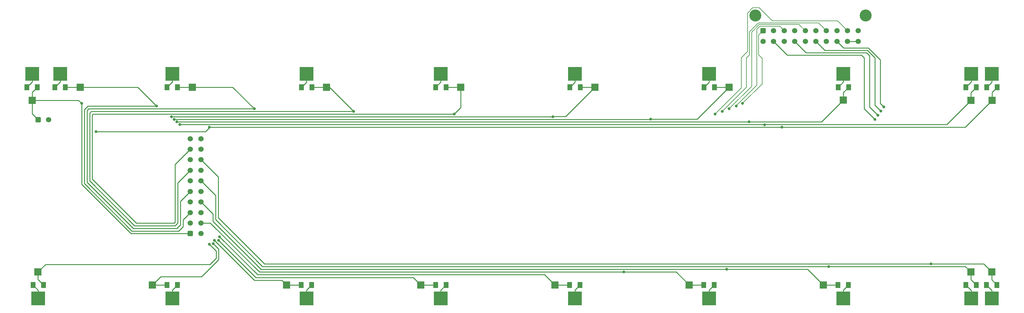
<source format=gbr>
%TF.GenerationSoftware,KiCad,Pcbnew,(6.0.7)*%
%TF.CreationDate,2023-02-26T17:44:05-06:00*%
%TF.ProjectId,Vsense,5673656e-7365-42e6-9b69-6361645f7063,rev?*%
%TF.SameCoordinates,Original*%
%TF.FileFunction,Copper,L1,Top*%
%TF.FilePolarity,Positive*%
%FSLAX46Y46*%
G04 Gerber Fmt 4.6, Leading zero omitted, Abs format (unit mm)*
G04 Created by KiCad (PCBNEW (6.0.7)) date 2023-02-26 17:44:05*
%MOMM*%
%LPD*%
G01*
G04 APERTURE LIST*
G04 Aperture macros list*
%AMRoundRect*
0 Rectangle with rounded corners*
0 $1 Rounding radius*
0 $2 $3 $4 $5 $6 $7 $8 $9 X,Y pos of 4 corners*
0 Add a 4 corners polygon primitive as box body*
4,1,4,$2,$3,$4,$5,$6,$7,$8,$9,$2,$3,0*
0 Add four circle primitives for the rounded corners*
1,1,$1+$1,$2,$3*
1,1,$1+$1,$4,$5*
1,1,$1+$1,$6,$7*
1,1,$1+$1,$8,$9*
0 Add four rect primitives between the rounded corners*
20,1,$1+$1,$2,$3,$4,$5,0*
20,1,$1+$1,$4,$5,$6,$7,0*
20,1,$1+$1,$6,$7,$8,$9,0*
20,1,$1+$1,$8,$9,$2,$3,0*%
G04 Aperture macros list end*
%TA.AperFunction,SMDPad,CuDef*%
%ADD10R,4.000000X4.000000*%
%TD*%
%TA.AperFunction,SMDPad,CuDef*%
%ADD11RoundRect,0.250001X0.462499X0.624999X-0.462499X0.624999X-0.462499X-0.624999X0.462499X-0.624999X0*%
%TD*%
%TA.AperFunction,SMDPad,CuDef*%
%ADD12RoundRect,0.250001X-0.462499X-0.624999X0.462499X-0.624999X0.462499X0.624999X-0.462499X0.624999X0*%
%TD*%
%TA.AperFunction,ComponentPad*%
%ADD13RoundRect,0.250001X0.499999X-0.499999X0.499999X0.499999X-0.499999X0.499999X-0.499999X-0.499999X0*%
%TD*%
%TA.AperFunction,ComponentPad*%
%ADD14C,1.500000*%
%TD*%
%TA.AperFunction,ComponentPad*%
%ADD15R,2.000000X2.000000*%
%TD*%
%TA.AperFunction,ComponentPad*%
%ADD16RoundRect,0.250001X-0.499999X-0.499999X0.499999X-0.499999X0.499999X0.499999X-0.499999X0.499999X0*%
%TD*%
%TA.AperFunction,ComponentPad*%
%ADD17C,3.410000*%
%TD*%
%TA.AperFunction,ViaPad*%
%ADD18C,0.800000*%
%TD*%
%TA.AperFunction,Conductor*%
%ADD19C,0.250000*%
%TD*%
%TA.AperFunction,Conductor*%
%ADD20C,0.150000*%
%TD*%
G04 APERTURE END LIST*
D10*
%TO.P,PAD(14+)1,1,1*%
%TO.N,/Unfused_Cell_14*%
X303250000Y-102800000D03*
%TD*%
D11*
%TO.P,F17,1*%
%TO.N,Cell17+*%
X346862500Y-162825000D03*
%TO.P,F17,2*%
%TO.N,/Unfused_Cell_17*%
X343887500Y-162825000D03*
%TD*%
D12*
%TO.P,F14,1*%
%TO.N,/Unfused_Cell_14*%
X301762500Y-106625000D03*
%TO.P,F14,2*%
%TO.N,Cell14+*%
X304737500Y-106625000D03*
%TD*%
%TO.P,F16,1*%
%TO.N,/Unfused_Cell_16*%
X338062500Y-106625000D03*
%TO.P,F16,2*%
%TO.N,Cell16+*%
X341037500Y-106625000D03*
%TD*%
%TO.P,F7,1*%
%TO.N,Cell7+*%
X187462500Y-162850000D03*
%TO.P,F7,2*%
%TO.N,/Unfused_Cell_7*%
X190437500Y-162850000D03*
%TD*%
D10*
%TO.P,PAD(1+)1,1,1*%
%TO.N,/Unfused_Cell_1*%
X74650000Y-166700000D03*
%TD*%
D13*
%TO.P,VSense1,1,Pin_1*%
%TO.N,Cell0*%
X117835000Y-148250000D03*
D14*
%TO.P,VSense1,2,Pin_2*%
%TO.N,Cell1+*%
X117835000Y-145250000D03*
%TO.P,VSense1,3,Pin_3*%
%TO.N,Cell2+*%
X117835000Y-142250000D03*
%TO.P,VSense1,4,Pin_4*%
%TO.N,Cell3+*%
X117835000Y-139250000D03*
%TO.P,VSense1,5,Pin_5*%
%TO.N,Cell4+*%
X117835000Y-136250000D03*
%TO.P,VSense1,6,Pin_6*%
%TO.N,Cell5+*%
X117835000Y-133250000D03*
%TO.P,VSense1,7,Pin_7*%
%TO.N,Cell6+*%
X117835000Y-130250000D03*
%TO.P,VSense1,8,Pin_8*%
%TO.N,Cell7+*%
X117835000Y-127250000D03*
%TO.P,VSense1,9,Pin_9*%
%TO.N,Cell8+*%
X117835000Y-124250000D03*
%TO.P,VSense1,10,Pin_10*%
%TO.N,Cell9+*%
X117835000Y-121250000D03*
%TO.P,VSense1,11,Pin_11*%
%TO.N,Cell10+*%
X120835000Y-148250000D03*
%TO.P,VSense1,12,Pin_12*%
%TO.N,Cell11+*%
X120835000Y-145250000D03*
%TO.P,VSense1,13,Pin_13*%
%TO.N,Cell12+*%
X120835000Y-142250000D03*
%TO.P,VSense1,14,Pin_14*%
%TO.N,Cell13+*%
X120835000Y-139250000D03*
%TO.P,VSense1,15,Pin_15*%
%TO.N,Cell14+*%
X120835000Y-136250000D03*
%TO.P,VSense1,16,Pin_16*%
%TO.N,Cell15+*%
X120835000Y-133250000D03*
%TO.P,VSense1,17,Pin_17*%
%TO.N,Cell16+*%
X120835000Y-130250000D03*
%TO.P,VSense1,18,Pin_18*%
%TO.N,Cell17+*%
X120835000Y-127250000D03*
%TO.P,VSense1,19,Pin_19*%
%TO.N,Cell18+*%
X120835000Y-124250000D03*
%TO.P,VSense1,20,Pin_20*%
%TO.N,unconnected-(VSense1-Pad20)*%
X120835000Y-121250000D03*
%TD*%
D15*
%TO.P,Cell(8+)1,1,1*%
%TO.N,Cell8+*%
X194600000Y-106625000D03*
%TD*%
D10*
%TO.P,PAD(12+)1,1,1*%
%TO.N,/Unfused_Cell_12*%
X265150000Y-102800000D03*
%TD*%
D15*
%TO.P,Cell(3+)1,1,1*%
%TO.N,Cell3+*%
X107050000Y-162875000D03*
%TD*%
D10*
%TO.P,PAD(8+)1,1,1*%
%TO.N,/Unfused_Cell_8*%
X188950000Y-102800000D03*
%TD*%
%TO.P,PAD(17+)1,1,1*%
%TO.N,/Unfused_Cell_17*%
X345425000Y-166700000D03*
%TD*%
D12*
%TO.P,F9,1*%
%TO.N,Cell9+*%
X225537500Y-162875000D03*
%TO.P,F9,2*%
%TO.N,/Unfused_Cell_9*%
X228512500Y-162875000D03*
%TD*%
%TO.P,F4,1*%
%TO.N,/Unfused_Cell_4*%
X111237500Y-106625000D03*
%TO.P,F4,2*%
%TO.N,Cell4+*%
X114212500Y-106625000D03*
%TD*%
D10*
%TO.P,PAD(10+)1,1,1*%
%TO.N,/Unfused_Cell_10*%
X227050000Y-102800000D03*
%TD*%
D15*
%TO.P,Cell(9+)1,1,1*%
%TO.N,Cell9+*%
X221375000Y-162875000D03*
%TD*%
%TO.P,Cell(16+)1,1,1*%
%TO.N,Cell16+*%
X339500000Y-110375000D03*
%TD*%
%TO.P,Cell(5+)1,1,1*%
%TO.N,Cell5+*%
X145175000Y-162875000D03*
%TD*%
%TO.P,Cell(2+)1,1,1*%
%TO.N,Cell2+*%
X86550000Y-106625000D03*
%TD*%
%TO.P,Cell(12+)1,1,1*%
%TO.N,Cell12+*%
X270825000Y-106625000D03*
%TD*%
D16*
%TO.P,VSenseAUX1,1,Pin_1*%
%TO.N,Cell0*%
X280450000Y-90585000D03*
D14*
%TO.P,VSenseAUX1,2,Pin_2*%
%TO.N,Cell1+*%
X283450000Y-90585000D03*
%TO.P,VSenseAUX1,3,Pin_3*%
%TO.N,Cell2+*%
X286450000Y-90585000D03*
%TO.P,VSenseAUX1,4,Pin_4*%
%TO.N,Cell3+*%
X289450000Y-90585000D03*
%TO.P,VSenseAUX1,5,Pin_5*%
%TO.N,Cell4+*%
X292450000Y-90585000D03*
%TO.P,VSenseAUX1,6,Pin_6*%
%TO.N,Cell5+*%
X295450000Y-90585000D03*
%TO.P,VSenseAUX1,7,Pin_7*%
%TO.N,Cell6+*%
X298450000Y-90585000D03*
%TO.P,VSenseAUX1,8,Pin_8*%
%TO.N,Cell7+*%
X301450000Y-90585000D03*
%TO.P,VSenseAUX1,9,Pin_9*%
%TO.N,Cell8+*%
X304450000Y-90585000D03*
%TO.P,VSenseAUX1,10,Pin_10*%
%TO.N,Cell9+*%
X307450000Y-90585000D03*
%TO.P,VSenseAUX1,11,Pin_11*%
%TO.N,Cell10+*%
X280450000Y-93585000D03*
%TO.P,VSenseAUX1,12,Pin_12*%
%TO.N,Cell11+*%
X283450000Y-93585000D03*
%TO.P,VSenseAUX1,13,Pin_13*%
%TO.N,Cell12+*%
X286450000Y-93585000D03*
%TO.P,VSenseAUX1,14,Pin_14*%
%TO.N,Cell13+*%
X289450000Y-93585000D03*
%TO.P,VSenseAUX1,15,Pin_15*%
%TO.N,Cell14+*%
X292450000Y-93585000D03*
%TO.P,VSenseAUX1,16,Pin_16*%
%TO.N,Cell15+*%
X295450000Y-93585000D03*
%TO.P,VSenseAUX1,17,Pin_17*%
%TO.N,Cell16+*%
X298450000Y-93585000D03*
%TO.P,VSenseAUX1,18,Pin_18*%
%TO.N,Cell17+*%
X301450000Y-93585000D03*
%TO.P,VSenseAUX1,19,Pin_19*%
%TO.N,Cell18+*%
X304450000Y-93585000D03*
%TO.P,VSenseAUX1,20,Pin_20*%
X307450000Y-93585000D03*
D17*
%TO.P,VSenseAUX1,MP*%
%TO.N,N/C*%
X278300000Y-86265000D03*
X309600000Y-86265000D03*
%TD*%
D13*
%TO.P,Cell_Diff1,1,Pin_1*%
%TO.N,Cell0*%
X74625000Y-115850000D03*
D14*
%TO.P,Cell_Diff1,2,Pin_2*%
%TO.N,Cell18+*%
X77625000Y-115850000D03*
%TD*%
D12*
%TO.P,F10,1*%
%TO.N,/Unfused_Cell_10*%
X225587500Y-106625000D03*
%TO.P,F10,2*%
%TO.N,Cell10+*%
X228562500Y-106625000D03*
%TD*%
D10*
%TO.P,PAD(3+)1,1,1*%
%TO.N,/Unfused_Cell_3*%
X112750000Y-166700000D03*
%TD*%
%TO.P,PAD(16+)1,1,1*%
%TO.N,/Unfused_Cell_16*%
X339550000Y-102800000D03*
%TD*%
D15*
%TO.P,Cell(11+)1,1,1*%
%TO.N,Cell11+*%
X259475000Y-162850000D03*
%TD*%
D12*
%TO.P,F12,1*%
%TO.N,/Unfused_Cell_12*%
X263687500Y-106625000D03*
%TO.P,F12,2*%
%TO.N,Cell12+*%
X266662500Y-106625000D03*
%TD*%
%TO.P,F0,1*%
%TO.N,/Unfused_Cell_0*%
X71437500Y-106625000D03*
%TO.P,F0,2*%
%TO.N,Cell0*%
X74412500Y-106625000D03*
%TD*%
D10*
%TO.P,PAD(2+)1,1,1*%
%TO.N,/Unfused_Cell_2*%
X80900000Y-102800000D03*
%TD*%
D15*
%TO.P,Cell(13+)1,1,1*%
%TO.N,Cell13+*%
X297575000Y-162900000D03*
%TD*%
D12*
%TO.P,F3,1*%
%TO.N,Cell3+*%
X111212500Y-162875000D03*
%TO.P,F3,2*%
%TO.N,/Unfused_Cell_3*%
X114187500Y-162875000D03*
%TD*%
%TO.P,F8,1*%
%TO.N,/Unfused_Cell_8*%
X187462500Y-106625000D03*
%TO.P,F8,2*%
%TO.N,Cell8+*%
X190437500Y-106625000D03*
%TD*%
D11*
%TO.P,F1,1*%
%TO.N,Cell1+*%
X76137500Y-162875000D03*
%TO.P,F1,2*%
%TO.N,/Unfused_Cell_1*%
X73162500Y-162875000D03*
%TD*%
D10*
%TO.P,PAD(18+)1,1,1*%
%TO.N,/Unfused_Cell_18*%
X345425000Y-102800000D03*
%TD*%
D15*
%TO.P,Cell(6+)1,1,1*%
%TO.N,Cell6+*%
X156525000Y-106625000D03*
%TD*%
D12*
%TO.P,F11,1*%
%TO.N,Cell11+*%
X263637500Y-162850000D03*
%TO.P,F11,2*%
%TO.N,/Unfused_Cell_11*%
X266612500Y-162850000D03*
%TD*%
D10*
%TO.P,PAD(5+)1,1,1*%
%TO.N,/Unfused_Cell_5*%
X150850000Y-166700000D03*
%TD*%
D15*
%TO.P,Cell(18+)1,1,1*%
%TO.N,Cell18+*%
X345450000Y-110375000D03*
%TD*%
D12*
%TO.P,F18,1*%
%TO.N,/Unfused_Cell_18*%
X343962500Y-106625000D03*
%TO.P,F18,2*%
%TO.N,Cell18+*%
X346937500Y-106625000D03*
%TD*%
D11*
%TO.P,F15,1*%
%TO.N,Cell15+*%
X340987500Y-162850000D03*
%TO.P,F15,2*%
%TO.N,/Unfused_Cell_15*%
X338012500Y-162850000D03*
%TD*%
D15*
%TO.P,Cell(10+)1,1,1*%
%TO.N,Cell10+*%
X232725000Y-106625000D03*
%TD*%
D10*
%TO.P,PAD(6+)1,1,1*%
%TO.N,/Unfused_Cell_6*%
X150850000Y-102800000D03*
%TD*%
D15*
%TO.P,Cell(1-)1,1,1*%
%TO.N,Cell0*%
X72925000Y-110325000D03*
%TD*%
D10*
%TO.P,PAD(9+)1,1,1*%
%TO.N,/Unfused_Cell_9*%
X227050000Y-166700000D03*
%TD*%
%TO.P,PAD(15+)1,1,1*%
%TO.N,/Unfused_Cell_15*%
X339550000Y-166700000D03*
%TD*%
D12*
%TO.P,F13,1*%
%TO.N,Cell13+*%
X301737500Y-162875000D03*
%TO.P,F13,2*%
%TO.N,/Unfused_Cell_13*%
X304712500Y-162875000D03*
%TD*%
D15*
%TO.P,Cell(7+)1,1,1*%
%TO.N,Cell7+*%
X183300000Y-162850000D03*
%TD*%
D12*
%TO.P,F5,1*%
%TO.N,Cell5+*%
X149337500Y-162875000D03*
%TO.P,F5,2*%
%TO.N,/Unfused_Cell_5*%
X152312500Y-162875000D03*
%TD*%
D15*
%TO.P,Cell(17+)1,1,1*%
%TO.N,Cell17+*%
X345395000Y-159120000D03*
%TD*%
D10*
%TO.P,PAD(7+)1,1,1*%
%TO.N,/Unfused_Cell_7*%
X188950000Y-166700000D03*
%TD*%
%TO.P,PAD(1-)1,1,1*%
%TO.N,/Unfused_Cell_0*%
X72950000Y-102800000D03*
%TD*%
D15*
%TO.P,Cell(15+)1,1,1*%
%TO.N,Cell15+*%
X339450000Y-159175000D03*
%TD*%
D10*
%TO.P,PAD(11+)1,1,1*%
%TO.N,/Unfused_Cell_11*%
X265150000Y-166700000D03*
%TD*%
D15*
%TO.P,Cell(4+)1,1,1*%
%TO.N,Cell4+*%
X118375000Y-106625000D03*
%TD*%
D10*
%TO.P,PAD(13+)1,1,1*%
%TO.N,/Unfused_Cell_13*%
X303250000Y-166700000D03*
%TD*%
D15*
%TO.P,Cell(1+)1,1,1*%
%TO.N,Cell1+*%
X74550000Y-159175000D03*
%TD*%
D12*
%TO.P,F6,1*%
%TO.N,/Unfused_Cell_6*%
X149387500Y-106625000D03*
%TO.P,F6,2*%
%TO.N,Cell6+*%
X152362500Y-106625000D03*
%TD*%
D15*
%TO.P,Cell(14+)1,1,1*%
%TO.N,Cell14+*%
X303275000Y-110275000D03*
%TD*%
D12*
%TO.P,F2,1*%
%TO.N,/Unfused_Cell_2*%
X79400000Y-106625000D03*
%TO.P,F2,2*%
%TO.N,Cell2+*%
X82375000Y-106625000D03*
%TD*%
D10*
%TO.P,PAD(4+)1,1,1*%
%TO.N,/Unfused_Cell_4*%
X112750000Y-102800000D03*
%TD*%
D18*
%TO.N,Cell1+*%
X123225000Y-151225000D03*
%TO.N,Cell0*%
X87000000Y-111250000D03*
X274650000Y-111250000D03*
%TO.N,Cell2+*%
X108250000Y-112000000D03*
X272825000Y-112000000D03*
%TO.N,Cell3+*%
X124366649Y-151125750D03*
%TO.N,Cell4+*%
X136000000Y-112750000D03*
X270850000Y-112750000D03*
%TO.N,Cell5+*%
X124675000Y-150175000D03*
%TO.N,Cell6+*%
X164250000Y-113500000D03*
X268900000Y-113500000D03*
%TO.N,Cell7+*%
X125900000Y-150150000D03*
%TO.N,Cell8+*%
X192750000Y-114250000D03*
X266850000Y-114250000D03*
%TO.N,Cell9+*%
X126150000Y-149150000D03*
%TO.N,Cell10+*%
X112500000Y-115000000D03*
X220762500Y-114987500D03*
%TO.N,Cell11+*%
X240925000Y-159175000D03*
X312250000Y-115775000D03*
%TO.N,Cell12+*%
X248512500Y-115737500D03*
X113250000Y-115750000D03*
%TO.N,Cell13+*%
X313100000Y-114600000D03*
X270125000Y-158375000D03*
%TO.N,Cell14+*%
X114000000Y-116500000D03*
X276500000Y-116500000D03*
%TO.N,Cell15+*%
X299100000Y-157600000D03*
X313875000Y-113400000D03*
%TO.N,Cell16+*%
X280925000Y-117275000D03*
X114831637Y-117224500D03*
%TO.N,Cell17+*%
X314750000Y-112225000D03*
X328100000Y-156850000D03*
%TO.N,Cell18+*%
X123250000Y-118000000D03*
X285800000Y-117949000D03*
X91025000Y-119250000D03*
%TD*%
D19*
%TO.N,Cell1+*%
X123225000Y-151225000D02*
X125175000Y-153175000D01*
X125175000Y-155250000D02*
X123425000Y-157000000D01*
X125175000Y-153175000D02*
X125175000Y-155250000D01*
X74550000Y-161287500D02*
X76137500Y-162875000D01*
X74550000Y-159175000D02*
X74550000Y-161287500D01*
X76725000Y-157000000D02*
X74550000Y-159175000D01*
X123425000Y-157000000D02*
X76725000Y-157000000D01*
%TO.N,/Unfused_Cell_1*%
X74650000Y-164362500D02*
X74650000Y-166700000D01*
X73162500Y-162875000D02*
X74650000Y-164362500D01*
%TO.N,/Unfused_Cell_0*%
X72950000Y-105112500D02*
X71437500Y-106625000D01*
X72950000Y-102800000D02*
X72950000Y-105112500D01*
%TO.N,Cell0*%
X87000000Y-111250000D02*
X87000000Y-134250000D01*
D20*
X280200000Y-105700000D02*
X280200000Y-98425000D01*
D19*
X87000000Y-134250000D02*
X101000000Y-148250000D01*
D20*
X274650000Y-111250000D02*
X280200000Y-105700000D01*
X279175000Y-91860000D02*
X280450000Y-90585000D01*
D19*
X72925000Y-108112500D02*
X72925000Y-110325000D01*
X72925000Y-110325000D02*
X72925000Y-114150000D01*
D20*
X280200000Y-98425000D02*
X279175000Y-97400000D01*
D19*
X74412500Y-106625000D02*
X72925000Y-108112500D01*
X101000000Y-148250000D02*
X117835000Y-148250000D01*
X72925000Y-110325000D02*
X86075000Y-110325000D01*
X72925000Y-114150000D02*
X74625000Y-115850000D01*
D20*
X279175000Y-97400000D02*
X279175000Y-91860000D01*
D19*
X86075000Y-110325000D02*
X87000000Y-111250000D01*
%TO.N,/Unfused_Cell_2*%
X80900000Y-102800000D02*
X80900000Y-105125000D01*
X80900000Y-105125000D02*
X79400000Y-106625000D01*
D20*
%TO.N,Cell2+*%
X278725000Y-106025000D02*
X278725000Y-90125000D01*
D19*
X82375000Y-106625000D02*
X86550000Y-106625000D01*
D20*
X285165000Y-89300000D02*
X286450000Y-90585000D01*
D19*
X115750000Y-146250000D02*
X115750000Y-144335000D01*
X86550000Y-106625000D02*
X102875000Y-106625000D01*
X87750000Y-134000000D02*
X101250000Y-147500000D01*
X101250000Y-147500000D02*
X114500000Y-147500000D01*
D20*
X272825000Y-111925000D02*
X278725000Y-106025000D01*
D19*
X88750000Y-112000000D02*
X87750000Y-113000000D01*
X114500000Y-147500000D02*
X115750000Y-146250000D01*
D20*
X272825000Y-112000000D02*
X272825000Y-111925000D01*
X279550000Y-89300000D02*
X285165000Y-89300000D01*
X278725000Y-90125000D02*
X279550000Y-89300000D01*
D19*
X87750000Y-113000000D02*
X87750000Y-134000000D01*
X115750000Y-144335000D02*
X117835000Y-142250000D01*
X102875000Y-106625000D02*
X108250000Y-112000000D01*
X108150000Y-112000000D02*
X88750000Y-112000000D01*
%TO.N,Cell3+*%
X109475000Y-160450000D02*
X107050000Y-162875000D01*
X125875000Y-155650000D02*
X121075000Y-160450000D01*
X121075000Y-160450000D02*
X109475000Y-160450000D01*
X107050000Y-162875000D02*
X111212500Y-162875000D01*
X124375750Y-151125750D02*
X125875000Y-152625000D01*
X125875000Y-152625000D02*
X125875000Y-155650000D01*
X124366649Y-151125750D02*
X124375750Y-151125750D01*
%TO.N,/Unfused_Cell_3*%
X112750000Y-164312500D02*
X112750000Y-166700000D01*
X114187500Y-162875000D02*
X112750000Y-164312500D01*
%TO.N,/Unfused_Cell_4*%
X112750000Y-102800000D02*
X112750000Y-105112500D01*
X112750000Y-105112500D02*
X111237500Y-106625000D01*
%TO.N,Cell4+*%
X88500000Y-113250000D02*
X88500000Y-133625000D01*
X88500000Y-133625000D02*
X101625000Y-146750000D01*
D20*
X290665000Y-88800000D02*
X292450000Y-90585000D01*
D19*
X101625000Y-146750000D02*
X114000000Y-146750000D01*
X114000000Y-146750000D02*
X115000000Y-145750000D01*
X114212500Y-106625000D02*
X118375000Y-106625000D01*
D20*
X277250000Y-106350000D02*
X277250000Y-90950000D01*
D19*
X89000000Y-112750000D02*
X88500000Y-113250000D01*
D20*
X277250000Y-90950000D02*
X279400000Y-88800000D01*
D19*
X115000000Y-139085000D02*
X117835000Y-136250000D01*
D20*
X279400000Y-88800000D02*
X290665000Y-88800000D01*
D19*
X118375000Y-106625000D02*
X129875000Y-106625000D01*
X129875000Y-106625000D02*
X136000000Y-112750000D01*
X136000000Y-112750000D02*
X89000000Y-112750000D01*
X115000000Y-145750000D02*
X115000000Y-139085000D01*
D20*
X270850000Y-112750000D02*
X277250000Y-106350000D01*
D19*
%TO.N,Cell5+*%
X143800000Y-161500000D02*
X145175000Y-162875000D01*
X145175000Y-162875000D02*
X149337500Y-162875000D01*
X136000000Y-161500000D02*
X143800000Y-161500000D01*
X124675000Y-150175000D02*
X136000000Y-161500000D01*
%TO.N,/Unfused_Cell_5*%
X150850000Y-164337500D02*
X150850000Y-166700000D01*
X152312500Y-162875000D02*
X150850000Y-164337500D01*
%TO.N,/Unfused_Cell_6*%
X150850000Y-102800000D02*
X150850000Y-105162500D01*
X150850000Y-105162500D02*
X149387500Y-106625000D01*
%TO.N,Cell6+*%
X113500000Y-146000000D02*
X114250000Y-145250000D01*
X114250000Y-133835000D02*
X117835000Y-130250000D01*
X89250000Y-114000000D02*
X89250000Y-133250000D01*
D20*
X276600000Y-97500000D02*
X276600000Y-90900000D01*
D19*
X157375000Y-106625000D02*
X164250000Y-113500000D01*
D20*
X275750000Y-106625000D02*
X275750000Y-98350000D01*
D19*
X102000000Y-146000000D02*
X113500000Y-146000000D01*
X89250000Y-133250000D02*
X102000000Y-146000000D01*
D20*
X268900000Y-113500000D02*
X268900000Y-113475000D01*
X275750000Y-98350000D02*
X276600000Y-97500000D01*
D19*
X94000000Y-113500000D02*
X89750000Y-113500000D01*
D20*
X268900000Y-113475000D02*
X275750000Y-106625000D01*
D19*
X89750000Y-113500000D02*
X89250000Y-114000000D01*
D20*
X276600000Y-90900000D02*
X279125000Y-88375000D01*
D19*
X114250000Y-145250000D02*
X114250000Y-133835000D01*
X152362500Y-106625000D02*
X156525000Y-106625000D01*
X156525000Y-106625000D02*
X157375000Y-106625000D01*
X164250000Y-113500000D02*
X94000000Y-113500000D01*
D20*
X296240000Y-88375000D02*
X298450000Y-90585000D01*
X279125000Y-88375000D02*
X296240000Y-88375000D01*
D19*
%TO.N,Cell7+*%
X183300000Y-162850000D02*
X187462500Y-162850000D01*
X136475000Y-160725000D02*
X181175000Y-160725000D01*
X181175000Y-160725000D02*
X183300000Y-162850000D01*
X125900000Y-150150000D02*
X136475000Y-160725000D01*
%TO.N,/Unfused_Cell_7*%
X190437500Y-162850000D02*
X188950000Y-164337500D01*
X188950000Y-164337500D02*
X188950000Y-166700000D01*
%TO.N,/Unfused_Cell_8*%
X188950000Y-102800000D02*
X188950000Y-105137500D01*
X188950000Y-105137500D02*
X187462500Y-106625000D01*
D20*
%TO.N,Cell8+*%
X276050000Y-96475000D02*
X276050000Y-85525000D01*
X276050000Y-85525000D02*
X277525000Y-84050000D01*
X301665000Y-87800000D02*
X304450000Y-90585000D01*
D19*
X113250000Y-145250000D02*
X113500000Y-145000000D01*
X113500000Y-128585000D02*
X117835000Y-124250000D01*
X90250000Y-114250000D02*
X90000000Y-114500000D01*
D20*
X274250000Y-106850000D02*
X274250000Y-98275000D01*
X279350000Y-84050000D02*
X283100000Y-87800000D01*
X283100000Y-87800000D02*
X301665000Y-87800000D01*
D19*
X90000000Y-114500000D02*
X90000000Y-132750000D01*
X194600000Y-112400000D02*
X192750000Y-114250000D01*
X90000000Y-132750000D02*
X102500000Y-145250000D01*
D20*
X266850000Y-114250000D02*
X274250000Y-106850000D01*
X277525000Y-84050000D02*
X279350000Y-84050000D01*
D19*
X192500000Y-114250000D02*
X90250000Y-114250000D01*
X102500000Y-145250000D02*
X113250000Y-145250000D01*
X194600000Y-106625000D02*
X194600000Y-112400000D01*
X190437500Y-106625000D02*
X194600000Y-106625000D01*
D20*
X274250000Y-98275000D02*
X276050000Y-96475000D01*
D19*
X113500000Y-145000000D02*
X113500000Y-128585000D01*
%TO.N,Cell9+*%
X221375000Y-162875000D02*
X225537500Y-162875000D01*
X218425000Y-159925000D02*
X221375000Y-162875000D01*
X126150000Y-149150000D02*
X136925000Y-159925000D01*
X136925000Y-159925000D02*
X218425000Y-159925000D01*
%TO.N,/Unfused_Cell_9*%
X228512500Y-162875000D02*
X227050000Y-164337500D01*
X227050000Y-164337500D02*
X227050000Y-166700000D01*
%TO.N,/Unfused_Cell_10*%
X227050000Y-105162500D02*
X225587500Y-106625000D01*
X227050000Y-102800000D02*
X227050000Y-105162500D01*
%TO.N,Cell10+*%
X220750000Y-115000000D02*
X220762500Y-114987500D01*
X228562500Y-106625000D02*
X232725000Y-106625000D01*
X232725000Y-106625000D02*
X224375000Y-114975000D01*
X112500000Y-115000000D02*
X220750000Y-115000000D01*
X224375000Y-114975000D02*
X220775000Y-114975000D01*
X220775000Y-114975000D02*
X220762500Y-114987500D01*
%TO.N,Cell11+*%
X123500000Y-145250000D02*
X120835000Y-145250000D01*
X287340000Y-97475000D02*
X283450000Y-93585000D01*
X259475000Y-162850000D02*
X263637500Y-162850000D01*
X312225000Y-115775000D02*
X309200000Y-112750000D01*
X308400000Y-97475000D02*
X287340000Y-97475000D01*
X240925000Y-159175000D02*
X137425000Y-159175000D01*
X255800000Y-159175000D02*
X259475000Y-162850000D01*
X309200000Y-98275000D02*
X308400000Y-97475000D01*
X240925000Y-159175000D02*
X255800000Y-159175000D01*
X137425000Y-159175000D02*
X123500000Y-145250000D01*
X309200000Y-112750000D02*
X309200000Y-98275000D01*
X312250000Y-115775000D02*
X312225000Y-115775000D01*
%TO.N,/Unfused_Cell_11*%
X265150000Y-164312500D02*
X265150000Y-166700000D01*
X266612500Y-162850000D02*
X265150000Y-164312500D01*
%TO.N,/Unfused_Cell_12*%
X265150000Y-105162500D02*
X263687500Y-106625000D01*
X265150000Y-102800000D02*
X265150000Y-105162500D01*
%TO.N,Cell12+*%
X261712500Y-115737500D02*
X248512500Y-115737500D01*
X266662500Y-106625000D02*
X270825000Y-106625000D01*
X270825000Y-106625000D02*
X261712500Y-115737500D01*
X113250000Y-115750000D02*
X248500000Y-115750000D01*
X248500000Y-115750000D02*
X248512500Y-115737500D01*
%TO.N,Cell13+*%
X309825000Y-96825000D02*
X292690000Y-96825000D01*
X292690000Y-96825000D02*
X289450000Y-93585000D01*
X270125000Y-158375000D02*
X293050000Y-158375000D01*
X310700000Y-97700000D02*
X309825000Y-96825000D01*
X124250000Y-144750000D02*
X124250000Y-142665000D01*
X137875000Y-158375000D02*
X124250000Y-144750000D01*
X301712500Y-162900000D02*
X301737500Y-162875000D01*
X124250000Y-142665000D02*
X120835000Y-139250000D01*
X310700000Y-112200000D02*
X310700000Y-97700000D01*
X313100000Y-114600000D02*
X310700000Y-112200000D01*
X297575000Y-162900000D02*
X301712500Y-162900000D01*
X293050000Y-158375000D02*
X297575000Y-162900000D01*
X270125000Y-158375000D02*
X137875000Y-158375000D01*
%TO.N,/Unfused_Cell_13*%
X304712500Y-162875000D02*
X303250000Y-164337500D01*
X303250000Y-164337500D02*
X303250000Y-166700000D01*
%TO.N,/Unfused_Cell_14*%
X303250000Y-102800000D02*
X303250000Y-105137500D01*
X303250000Y-105137500D02*
X301762500Y-106625000D01*
%TO.N,Cell14+*%
X303275000Y-108087500D02*
X303275000Y-110275000D01*
X297050000Y-116500000D02*
X276500000Y-116500000D01*
X303275000Y-110275000D02*
X297050000Y-116500000D01*
X114000000Y-116500000D02*
X276500000Y-116500000D01*
X304737500Y-106625000D02*
X303275000Y-108087500D01*
%TO.N,Cell15+*%
X312200000Y-98225000D02*
X310125000Y-96150000D01*
X125000000Y-137415000D02*
X120835000Y-133250000D01*
X125000000Y-144250000D02*
X125000000Y-137415000D01*
X299100000Y-157600000D02*
X138350000Y-157600000D01*
X298015000Y-96150000D02*
X295450000Y-93585000D01*
X312200000Y-111725000D02*
X312200000Y-98225000D01*
X310125000Y-96150000D02*
X298015000Y-96150000D01*
X339450000Y-161312500D02*
X340987500Y-162850000D01*
X138350000Y-157600000D02*
X125000000Y-144250000D01*
X337875000Y-157600000D02*
X299100000Y-157600000D01*
X313875000Y-113400000D02*
X312200000Y-111725000D01*
X339450000Y-159175000D02*
X337875000Y-157600000D01*
X339450000Y-159175000D02*
X339450000Y-161312500D01*
%TO.N,/Unfused_Cell_15*%
X339550000Y-164387500D02*
X339550000Y-166700000D01*
X338012500Y-162850000D02*
X339550000Y-164387500D01*
%TO.N,/Unfused_Cell_16*%
X339550000Y-105137500D02*
X338062500Y-106625000D01*
X339550000Y-102800000D02*
X339550000Y-105137500D01*
%TO.N,Cell16+*%
X280900000Y-117250000D02*
X114857137Y-117250000D01*
X280925000Y-117275000D02*
X280975500Y-117224500D01*
X280975500Y-117224500D02*
X332650500Y-117224500D01*
X339500000Y-108162500D02*
X339500000Y-110375000D01*
X341037500Y-106625000D02*
X339500000Y-108162500D01*
X280925000Y-117275000D02*
X280900000Y-117250000D01*
X332650500Y-117224500D02*
X339500000Y-110375000D01*
X114857137Y-117250000D02*
X114831637Y-117224500D01*
%TO.N,Cell17+*%
X303340000Y-95475000D02*
X301450000Y-93585000D01*
X310383225Y-95475000D02*
X303340000Y-95475000D01*
X138900000Y-156850000D02*
X125750000Y-143700000D01*
X313725000Y-111200000D02*
X313725000Y-98816775D01*
X313725000Y-98816775D02*
X310383225Y-95475000D01*
X345395000Y-161357500D02*
X346862500Y-162825000D01*
X328100000Y-156850000D02*
X343125000Y-156850000D01*
X343125000Y-156850000D02*
X345395000Y-159120000D01*
X328100000Y-156850000D02*
X138900000Y-156850000D01*
X125750000Y-132165000D02*
X120835000Y-127250000D01*
X125750000Y-143700000D02*
X125750000Y-132165000D01*
X314750000Y-112225000D02*
X313725000Y-111200000D01*
X345395000Y-159120000D02*
X345395000Y-161357500D01*
%TO.N,/Unfused_Cell_17*%
X345425000Y-164362500D02*
X345425000Y-166700000D01*
X343887500Y-162825000D02*
X345425000Y-164362500D01*
%TO.N,/Unfused_Cell_18*%
X343962500Y-106625000D02*
X345425000Y-105162500D01*
X345425000Y-105162500D02*
X345425000Y-102800000D01*
%TO.N,Cell18+*%
X123250000Y-118125000D02*
X122150000Y-119225000D01*
X285851000Y-118000000D02*
X337825000Y-118000000D01*
X345450000Y-108112500D02*
X346937500Y-106625000D01*
X345450000Y-110375000D02*
X345450000Y-108112500D01*
X299850000Y-118000000D02*
X123250000Y-118000000D01*
X337825000Y-118000000D02*
X345450000Y-110375000D01*
X122150000Y-119225000D02*
X91050000Y-119225000D01*
X91050000Y-119225000D02*
X91025000Y-119250000D01*
X123250000Y-118000000D02*
X123250000Y-118125000D01*
X285800000Y-117949000D02*
X285851000Y-118000000D01*
X304450000Y-93585000D02*
X307450000Y-93585000D01*
%TD*%
M02*

</source>
